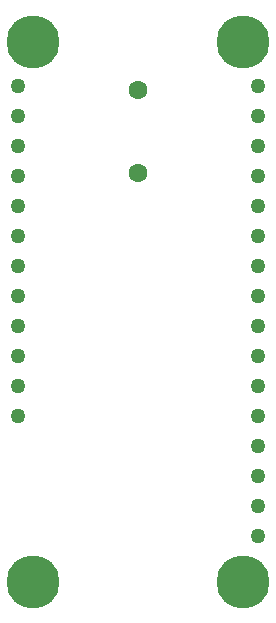
<source format=gbr>
%TF.GenerationSoftware,KiCad,Pcbnew,5.99.0-unknown-fc7f1d1d86~106~ubuntu20.04.1*%
%TF.CreationDate,2021-01-14T14:57:38+11:00*%
%TF.ProjectId,dac-featherwing,6461632d-6665-4617-9468-657277696e67,rev?*%
%TF.SameCoordinates,Original*%
%TF.FileFunction,Soldermask,Bot*%
%TF.FilePolarity,Negative*%
%FSLAX46Y46*%
G04 Gerber Fmt 4.6, Leading zero omitted, Abs format (unit mm)*
G04 Created by KiCad (PCBNEW 5.99.0-unknown-fc7f1d1d86~106~ubuntu20.04.1) date 2021-01-14 14:57:38*
%MOMM*%
%LPD*%
G01*
G04 APERTURE LIST*
%ADD10C,1.270000*%
%ADD11C,4.500000*%
%ADD12C,1.600000*%
G04 APERTURE END LIST*
D10*
%TO.C,J1*%
X176530000Y-78939992D03*
X176530000Y-81479992D03*
X176530000Y-84019992D03*
X176530000Y-86559992D03*
X176530000Y-89099992D03*
X176530000Y-91639992D03*
X176530000Y-94179992D03*
X176530000Y-96719992D03*
X176530000Y-99259992D03*
X176530000Y-101799992D03*
X176530000Y-104339992D03*
X176530000Y-106879992D03*
X176530000Y-109419992D03*
X176530000Y-111959992D03*
X176530000Y-114499992D03*
X176530000Y-117039992D03*
%TD*%
D11*
%TO.C,*%
X157480000Y-75184000D03*
%TD*%
%TO.C,*%
X175260000Y-120904000D03*
%TD*%
%TO.C,*%
X175260000Y-75184000D03*
%TD*%
%TO.C,REF\u002A\u002A*%
X157480000Y-120904000D03*
%TD*%
D12*
%TO.C,3.5MM STEREO*%
X166370000Y-79304000D03*
X166370000Y-86304000D03*
%TD*%
D10*
%TO.C,J2*%
X156210000Y-106879992D03*
X156210000Y-104339992D03*
X156210000Y-101799992D03*
X156210000Y-99259992D03*
X156210000Y-96719992D03*
X156210000Y-94179992D03*
X156210000Y-91639992D03*
X156210000Y-89099992D03*
X156210000Y-86559992D03*
X156210000Y-84019992D03*
X156210000Y-81479992D03*
X156210000Y-78939992D03*
%TD*%
M02*

</source>
